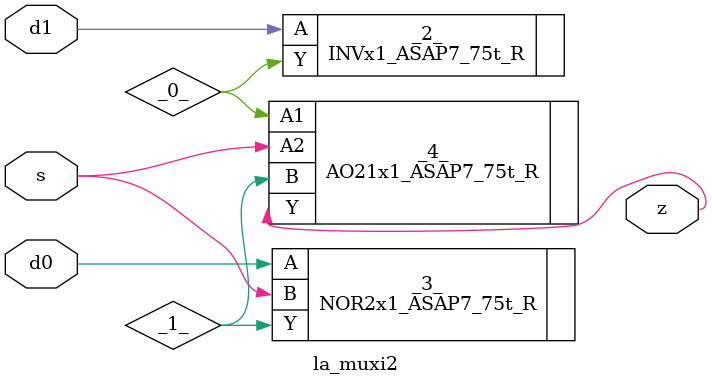
<source format=v>

/* Generated by Yosys 0.44 (git sha1 80ba43d26, g++ 11.4.0-1ubuntu1~22.04 -fPIC -O3) */

(* top =  1  *)
(* src = "generated" *)
(* keep_hierarchy *)
module la_muxi2 (
    d0,
    d1,
    s,
    z
);
  wire _0_;
  wire _1_;
  (* src = "generated" *)
  input d0;
  wire d0;
  (* src = "generated" *)
  input d1;
  wire d1;
  (* src = "generated" *)
  input s;
  wire s;
  (* src = "generated" *)
  output z;
  wire z;
  INVx1_ASAP7_75t_R _2_ (
      .A(d1),
      .Y(_0_)
  );
  NOR2x1_ASAP7_75t_R _3_ (
      .A(d0),
      .B(s),
      .Y(_1_)
  );
  AO21x1_ASAP7_75t_R _4_ (
      .A1(_0_),
      .A2(s),
      .B (_1_),
      .Y (z)
  );
endmodule

</source>
